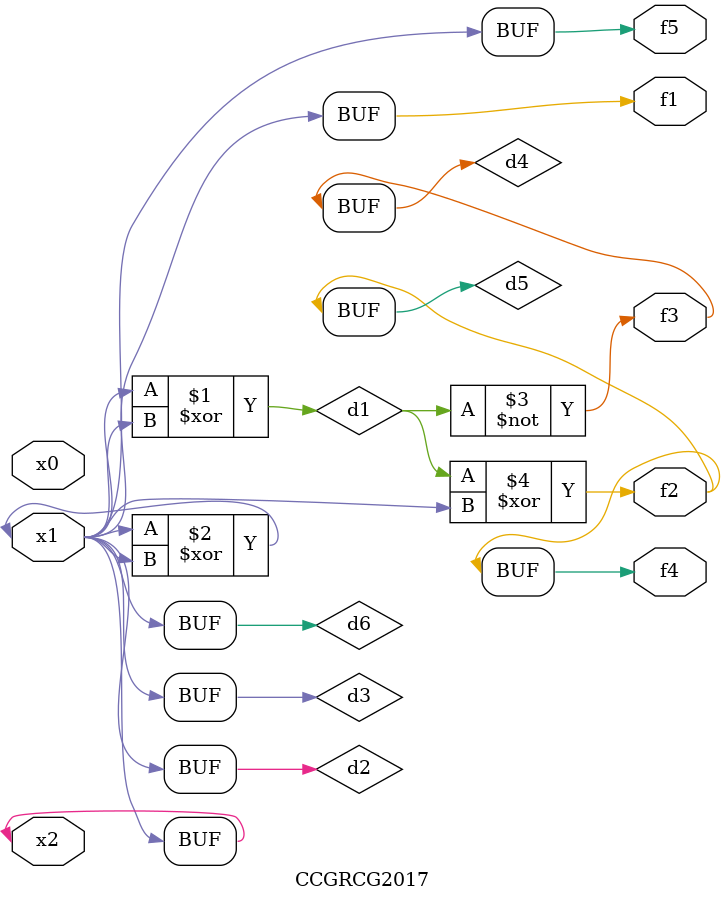
<source format=v>
module CCGRCG2017(
	input x0, x1, x2,
	output f1, f2, f3, f4, f5
);

	wire d1, d2, d3, d4, d5, d6;

	xor (d1, x1, x2);
	buf (d2, x1, x2);
	xor (d3, x1, x2);
	nor (d4, d1);
	xor (d5, d1, d2);
	buf (d6, d2, d3);
	assign f1 = d6;
	assign f2 = d5;
	assign f3 = d4;
	assign f4 = d5;
	assign f5 = d6;
endmodule

</source>
